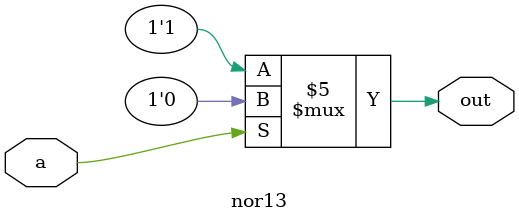
<source format=v>
module nor13 (
    input wire a,
    output reg out
);

always @(*) begin
    if (|a == 1'b0)
        out = 1'b1;
    else
        out = 1'b0;
end

endmodule

</source>
